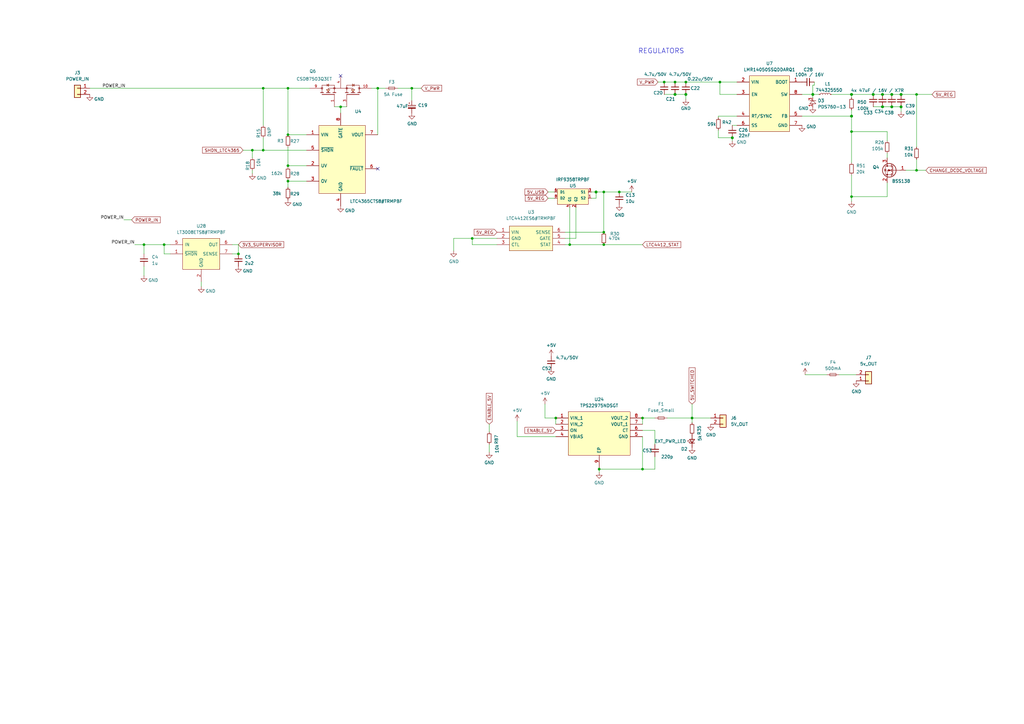
<source format=kicad_sch>
(kicad_sch (version 20211123) (generator eeschema)
  (paper "A3")
  (lib_symbols
    (symbol "Connector_Generic:Conn_01x02" (pin_names (offset 1.016) hide)
      (property "Reference" "J" (at 0 2.54 0))
      (property "Value" "Conn_01x02" (at 0 -5.08 0))
      (symbol "Conn_01x02_1_1"
        (rectangle (start -1.27 -2.413) (end 0 -2.667) (stroke (width 0.1524)))
        (rectangle (start -1.27 0.127) (end 0 -0.127) (stroke (width 0.1524)))
        (rectangle (start -1.27 1.27) (end 1.27 -3.81) (stroke (width 0.254)) (fill (type background)))
        (pin passive line (at -5.08 0 0) (length 3.81) (name "Pin_1") (number "1"))
        (pin passive line (at -5.08 -2.54 0) (length 3.81) (name "Pin_2") (number "2"))
      )
    )
    (symbol "Device:CP_Small" (pin_numbers hide) (pin_names (offset 0.254) hide)
      (property "Reference" "C" (at 0.254 1.778 0))
      (property "Value" "CP_Small" (at 0.254 -2.032 0))
      (symbol "CP_Small_0_1"
        (rectangle (start -1.524 -0.3048) (end 1.524 -0.6858) (fill (type outline)))
        (rectangle (start -1.524 0.6858) (end 1.524 0.3048))
        (polyline (pts (xy -1.27 1.524) (xy -0.762 1.524)))
        (polyline (pts (xy -1.016 1.27) (xy -1.016 1.778)))
      )
      (symbol "CP_Small_1_1"
        (pin passive line (at 0 2.54 270) (length 1.8542) (name "~") (number "1"))
        (pin passive line (at 0 -2.54 90) (length 1.8542) (name "~") (number "2"))
      )
    )
    (symbol "Device:C_Small" (pin_numbers hide) (pin_names (offset 0.254) hide)
      (property "Reference" "C" (at 0.254 1.778 0))
      (property "Value" "C_Small" (at 0.254 -2.032 0))
      (symbol "C_Small_0_1"
        (polyline (pts (xy -1.524 -0.508) (xy 1.524 -0.508)) (stroke (width 0.3302)))
        (polyline (pts (xy -1.524 0.508) (xy 1.524 0.508)) (stroke (width 0.3048)))
      )
      (symbol "C_Small_1_1"
        (pin passive line (at 0 2.54 270) (length 2.032) (name "~") (number "1"))
        (pin passive line (at 0 -2.54 90) (length 2.032) (name "~") (number "2"))
      )
    )
    (symbol "Device:Fuse_Small" (pin_numbers hide) (pin_names (offset 0.254) hide)
      (property "Reference" "F" (at 0 -1.524 0))
      (property "Value" "Fuse_Small" (at 0 1.524 0))
      (symbol "Fuse_Small_0_1"
        (rectangle (start -1.27 0.508) (end 1.27 -0.508))
        (polyline (pts (xy -1.27 0) (xy 1.27 0)))
      )
      (symbol "Fuse_Small_1_1"
        (pin passive line (at -2.54 0 0) (length 1.27) (name "~") (number "1"))
        (pin passive line (at 2.54 0 180) (length 1.27) (name "~") (number "2"))
      )
    )
    (symbol "Device:L_Small" (pin_numbers hide) (pin_names (offset 0.254) hide)
      (property "Reference" "L" (at 0.762 1.016 0))
      (property "Value" "L_Small" (at 0.762 -1.016 0))
      (symbol "L_Small_0_1"
        (arc (start 0 -2.032) (mid 0.508 -1.524) (end 0 -1.016))
        (arc (start 0 -1.016) (mid 0.508 -0.508) (end 0 0))
        (arc (start 0 0) (mid 0.508 0.508) (end 0 1.016))
        (arc (start 0 1.016) (mid 0.508 1.524) (end 0 2.032))
      )
      (symbol "L_Small_1_1"
        (pin passive line (at 0 2.54 270) (length 0.508) (name "~") (number "1"))
        (pin passive line (at 0 -2.54 90) (length 0.508) (name "~") (number "2"))
      )
    )
    (symbol "Device:R_Small" (pin_numbers hide) (pin_names (offset 0.254) hide)
      (property "Reference" "R" (at 0.762 0.508 0))
      (property "Value" "R_Small" (at 0.762 -1.016 0))
      (symbol "R_Small_0_1"
        (rectangle (start -0.762 1.778) (end 0.762 -1.778) (stroke (width 0.2032)))
      )
      (symbol "R_Small_1_1"
        (pin passive line (at 0 2.54 270) (length 0.762) (name "~") (number "1"))
        (pin passive line (at 0 -2.54 90) (length 0.762) (name "~") (number "2"))
      )
    )
    (symbol "LED_Small_1" (pin_numbers hide) (pin_names (offset 0.254) hide)
      (property "Reference" "D" (at -1.27 3.175 0))
      (property "Value" "LED_Small_1" (at -4.445 -2.54 0))
      (symbol "LED_Small_1_0_1"
        (polyline (pts (xy -0.762 -1.016) (xy -0.762 1.016)) (stroke (width 0.254)))
        (polyline (pts (xy 1.016 0) (xy -0.762 0)))
        (polyline (pts (xy 0.762 -1.016) (xy -0.762 0) (xy 0.762 1.016) (xy 0.762 -1.016)) (stroke (width 0.254)))
        (polyline (pts (xy 0 0.762) (xy -0.508 1.27) (xy -0.254 1.27) (xy -0.508 1.27) (xy -0.508 1.016)))
        (polyline (pts (xy 0.508 1.27) (xy 0 1.778) (xy 0.254 1.778) (xy 0 1.778) (xy 0 1.524)))
      )
      (symbol "LED_Small_1_1_1"
        (pin passive line (at -2.54 0 0) (length 1.778) (name "K") (number "1"))
        (pin passive line (at 2.54 0 180) (length 1.778) (name "A") (number "2"))
      )
    )
    (symbol "SamacSys_Parts:CSD87503Q3ET" (pin_names (offset 1.016) hide)
      (property "Reference" "Q3" (at 2.4893 8.255 0))
      (property "Value" "CSD87503Q3ET" (at 2.4893 5.715 0))
      (symbol "CSD87503Q3ET_0_0"
        (circle (center -7.62 -2.54) (radius 0.3556))
        (circle (center -2.54 -2.54) (radius 0.3556))
        (polyline (pts (xy -8.255 -0.762) (xy -7.62 -0.762)) (stroke (width 0.254)))
        (polyline (pts (xy -7.62 -3.81) (xy -5.588 -3.81)) (stroke (width 0.1524)))
        (polyline (pts (xy -7.62 -0.762) (xy -7.62 -3.81)) (stroke (width 0.1524)))
        (polyline (pts (xy -7.62 -0.762) (xy -6.985 -0.762)) (stroke (width 0.254)))
        (polyline (pts (xy -7.62 0) (xy -2.54 0)) (stroke (width 0.254)))
        (polyline (pts (xy -5.842 -0.762) (xy -5.08 -0.762)) (stroke (width 0.254)))
        (polyline (pts (xy -5.588 -4.318) (xy -5.588 -3.81)) (stroke (width 0.1524)))
        (polyline (pts (xy -5.588 -3.81) (xy -5.588 -3.302)) (stroke (width 0.1524)))
        (polyline (pts (xy -5.588 -3.81) (xy -2.54 -3.81)) (stroke (width 0.1524)))
        (polyline (pts (xy -5.08 -2.54) (xy -2.54 -2.54)) (stroke (width 0.1524)))
        (polyline (pts (xy -5.08 -0.762) (xy -5.08 -2.54)) (stroke (width 0.1524)))
        (polyline (pts (xy -5.08 -0.762) (xy -4.318 -0.762)) (stroke (width 0.254)))
        (polyline (pts (xy -3.175 -0.762) (xy -2.54 -0.762)) (stroke (width 0.254)))
        (polyline (pts (xy -2.54 -2.54) (xy -2.54 -3.81)) (stroke (width 0.1524)))
        (polyline (pts (xy -2.54 -2.54) (xy -2.54 -0.762)) (stroke (width 0.1524)))
        (polyline (pts (xy -2.54 -2.54) (xy 2.54 -2.54)) (stroke (width 0.1524)))
        (polyline (pts (xy -2.54 -0.762) (xy -1.905 -0.762)) (stroke (width 0.254)))
        (polyline (pts (xy 2.54 -2.54) (xy 2.54 -3.81)) (stroke (width 0.1524)))
        (polyline (pts (xy 2.54 -2.54) (xy 2.54 -0.762)) (stroke (width 0.1524)))
        (polyline (pts (xy 2.54 -0.762) (xy 1.905 -0.762)) (stroke (width 0.254)))
        (polyline (pts (xy 3.175 -0.762) (xy 2.54 -0.762)) (stroke (width 0.254)))
        (polyline (pts (xy 5.08 -2.54) (xy 2.54 -2.54)) (stroke (width 0.1524)))
        (polyline (pts (xy 5.08 -0.762) (xy 4.318 -0.762)) (stroke (width 0.254)))
        (polyline (pts (xy 5.08 -0.762) (xy 5.08 -2.54)) (stroke (width 0.1524)))
        (polyline (pts (xy 5.588 -4.318) (xy 5.588 -3.81)) (stroke (width 0.1524)))
        (polyline (pts (xy 5.588 -3.81) (xy 2.54 -3.81)) (stroke (width 0.1524)))
        (polyline (pts (xy 5.588 -3.81) (xy 5.588 -3.302)) (stroke (width 0.1524)))
        (polyline (pts (xy 5.842 -0.762) (xy 5.08 -0.762)) (stroke (width 0.254)))
        (polyline (pts (xy 7.62 -3.81) (xy 5.588 -3.81)) (stroke (width 0.1524)))
        (polyline (pts (xy 7.62 -0.762) (xy 6.985 -0.762)) (stroke (width 0.254)))
        (polyline (pts (xy 7.62 -0.762) (xy 7.62 -3.81)) (stroke (width 0.1524)))
        (polyline (pts (xy 7.62 0) (xy 2.54 0)) (stroke (width 0.254)))
        (polyline (pts (xy 8.255 -0.762) (xy 7.62 -0.762)) (stroke (width 0.254)))
        (polyline (pts (xy -5.588 -3.81) (xy -4.826 -3.302) (xy -4.826 -4.318) (xy -5.588 -3.81)) (stroke (width 0.1524)) (fill (type background)))
        (polyline (pts (xy -5.08 -1.016) (xy -5.842 -2.032) (xy -4.318 -2.032) (xy -5.08 -1.016)) (stroke (width 0.1524)) (fill (type background)))
        (polyline (pts (xy 5.08 -1.016) (xy 5.842 -2.032) (xy 4.318 -2.032) (xy 5.08 -1.016)) (stroke (width 0.1524)) (fill (type background)))
        (polyline (pts (xy 5.588 -3.81) (xy 4.826 -3.302) (xy 4.826 -4.318) (xy 5.588 -3.81)) (stroke (width 0.1524)) (fill (type background)))
        (circle (center 2.54 -2.54) (radius 0.3556))
        (circle (center 7.62 -2.54) (radius 0.3556))
        (pin passive line (at -2.54 5.08 270) (length 5.08) (name "~") (number "1"))
        (pin passive line (at 12.7 -2.54 180) (length 5.08) (name "~") (number "10"))
        (pin no_connect line (at -6.35 -11.43 90) (length 5.08) hide (name "~") (number "2"))
        (pin passive line (at 2.54 5.08 270) (length 5.08) (name "~") (number "3"))
        (pin passive line (at 0 -7.62 90) (length 5.08) (name "~") (number "4"))
        (pin passive line (at -12.7 -2.54 0) (length 5.08) (name "~") (number "9"))
      )
    )
    (symbol "SamacSys_Parts:LT3008ETS8#TRMPBF" (pin_names (offset 0.762))
      (property "Reference" "IC1" (at 15.24 8.255 0))
      (property "Value" "LT3008ETS8#TRMPBF" (at 15.24 5.715 0))
      (symbol "LT3008ETS8#TRMPBF_0_0"
        (pin passive line (at 5.08 -3.81 0) (length 5.08) (name "~{SHDN}") (number "1"))
        (pin passive line (at 17.78 -15.24 90) (length 5.08) (name "GND") (number "2"))
        (pin passive line (at 17.78 -15.24 90) (length 5.08) hide (name "GND") (number "3"))
        (pin passive line (at 17.78 -15.24 90) (length 5.08) hide (name "GND") (number "4"))
        (pin passive line (at 5.08 0 0) (length 5.08) (name "IN") (number "5"))
        (pin passive line (at 30.48 0 180) (length 5.08) (name "OUT") (number "6"))
        (pin passive line (at 30.48 -3.81 180) (length 5.08) (name "SENSE") (number "7"))
        (pin no_connect line (at 20.32 -19.05 90) (length 5.08) hide (name "NC") (number "8"))
      )
      (symbol "LT3008ETS8#TRMPBF_0_1"
        (polyline (pts (xy 10.16 2.54) (xy 25.4 2.54) (xy 25.4 -10.16) (xy 10.16 -10.16) (xy 10.16 2.54)) (stroke (width 0.1524)) (fill (type background)))
      )
    )
    (symbol "SamacSys_Parts:LTC4365CTS8#TRMPBF" (pin_names (offset 0.762))
      (property "Reference" "IC1" (at 19.7994 15.875 0))
      (property "Value" "LTC4365CTS8#TRMPBF" (at 19.7994 13.335 0))
      (symbol "LTC4365CTS8#TRMPBF_0_0"
        (pin input line (at 0 6.35 0) (length 5.08) (name "VIN") (number "1"))
        (pin passive line (at 0 -6.35 0) (length 5.08) (name "UV") (number "2"))
        (pin passive line (at 0 -12.7 0) (length 5.08) (name "OV") (number "3"))
        (pin power_in line (at 13.97 -22.86 90) (length 5.08) (name "GND") (number "4"))
        (pin passive line (at 0 0 0) (length 5.08) (name "~{SHDN}") (number "5"))
        (pin passive line (at 29.21 -7.62 180) (length 5.08) (name "~{FAULT}") (number "6"))
        (pin output line (at 29.21 6.35 180) (length 5.08) (name "VOUT") (number "7"))
        (pin passive line (at 13.97 15.24 270) (length 5.08) (name "GATE") (number "8"))
      )
      (symbol "LTC4365CTS8#TRMPBF_0_1"
        (polyline (pts (xy 5.08 10.16) (xy 24.13 10.16) (xy 24.13 -17.78) (xy 5.08 -17.78) (xy 5.08 10.16)) (stroke (width 0.1524)) (fill (type background)))
      )
    )
    (symbol "Transistor_FET:BSS138" (pin_names hide)
      (property "Reference" "Q" (at 5.08 1.905 0))
      (property "Value" "BSS138" (at 5.08 0 0))
      (symbol "BSS138_0_1"
        (polyline (pts (xy 0.254 0) (xy -2.54 0)))
        (polyline (pts (xy 0.254 1.905) (xy 0.254 -1.905)) (stroke (width 0.254)))
        (polyline (pts (xy 0.762 -1.27) (xy 0.762 -2.286)) (stroke (width 0.254)))
        (polyline (pts (xy 0.762 0.508) (xy 0.762 -0.508)) (stroke (width 0.254)))
        (polyline (pts (xy 0.762 2.286) (xy 0.762 1.27)) (stroke (width 0.254)))
        (polyline (pts (xy 2.54 2.54) (xy 2.54 1.778)))
        (polyline (pts (xy 2.54 -2.54) (xy 2.54 0) (xy 0.762 0)))
        (polyline (pts (xy 0.762 -1.778) (xy 3.302 -1.778) (xy 3.302 1.778) (xy 0.762 1.778)))
        (polyline (pts (xy 1.016 0) (xy 2.032 0.381) (xy 2.032 -0.381) (xy 1.016 0)) (fill (type outline)))
        (polyline (pts (xy 2.794 0.508) (xy 2.921 0.381) (xy 3.683 0.381) (xy 3.81 0.254)))
        (polyline (pts (xy 3.302 0.381) (xy 2.921 -0.254) (xy 3.683 -0.254) (xy 3.302 0.381)))
        (circle (center 1.651 0) (radius 2.794) (stroke (width 0.254)))
        (circle (center 2.54 -1.778) (radius 0.254) (fill (type outline)))
        (circle (center 2.54 1.778) (radius 0.254) (fill (type outline)))
      )
      (symbol "BSS138_1_1"
        (pin input line (at -5.08 0 0) (length 2.54) (name "G") (number "1"))
        (pin passive line (at 2.54 -5.08 90) (length 2.54) (name "S") (number "2"))
        (pin passive line (at 2.54 5.08 270) (length 2.54) (name "D") (number "3"))
      )
    )
    (symbol "downloaded_parts:IRF9358TRPBF" (pin_names (offset 1.016))
      (property "Reference" "U?" (at -21.59 -19.05 0))
      (property "Value" "IRF9358TRPBF" (at -21.59 -16.51 0))
      (symbol "IRF9358TRPBF_0_0"
        (pin passive line (at -13.97 -24.13 180) (length 1.27) (name "S2") (number "1"))
        (pin passive line (at -20.32 -27.94 90) (length 1.27) (name "G2") (number "2"))
        (pin passive line (at -13.97 -21.59 180) (length 1.27) (name "S1") (number "3"))
        (pin passive line (at -22.86 -27.94 90) (length 1.27) (name "G1") (number "4"))
        (pin passive line (at -29.21 -21.59 0) (length 1.27) hide (name "D1_2") (number "5"))
        (pin passive line (at -29.21 -21.59 0) (length 1.27) (name "D1") (number "6"))
        (pin passive line (at -29.21 -24.13 0) (length 1.27) hide (name "D2_2") (number "7"))
        (pin passive line (at -29.21 -24.13 0) (length 1.27) (name "D2") (number "8"))
      )
      (symbol "IRF9358TRPBF_0_1"
        (rectangle (start -27.94 -20.32) (end -15.24 -26.67) (stroke (width 0.1524)) (fill (type background)))
      )
    )
    (symbol "downloaded_parts:LMR14050SSQDDARQ1" (pin_names (offset 0.762))
      (property "Reference" "IC?" (at 36.83 -40.64 0))
      (property "Value" "LMR14050SSQDDARQ1" (at 35.56 -30.48 0))
      (symbol "LMR14050SSQDDARQ1_0_0"
        (pin passive line (at 49.53 -35.56 180) (length 5.08) (name "BOOT") (number "1"))
        (pin passive line (at 22.86 -35.56 0) (length 5.08) (name "VIN") (number "2"))
        (pin passive line (at 22.86 -40.64 0) (length 5.08) (name "EN") (number "3"))
        (pin passive line (at 22.86 -49.53 0) (length 5.08) (name "RT/SYNC") (number "4"))
        (pin passive line (at 49.53 -49.53 180) (length 5.08) (name "FB") (number "5"))
        (pin passive line (at 22.86 -53.34 0) (length 5.08) (name "SS") (number "6"))
        (pin passive line (at 49.53 -53.34 180) (length 5.08) (name "GND") (number "7"))
        (pin passive line (at 49.53 -40.64 180) (length 5.08) (name "SW") (number "8"))
        (pin passive line (at 49.53 -53.34 180) (length 5.08) hide (name "GND_2") (number "9"))
      )
      (symbol "LMR14050SSQDDARQ1_0_1"
        (rectangle (start 27.94 -33.02) (end 44.45 -55.88) (stroke (width 0.1524)) (fill (type background)))
      )
    )
    (symbol "downloaded_parts:LTC4412ES6#TRMPBF" (pin_names (offset 0.762))
      (property "Reference" "U3" (at 13.97 8.255 0))
      (property "Value" "LTC4412ES6#TRMPBF" (at 13.97 5.715 0))
      (symbol "LTC4412ES6#TRMPBF_0_0"
        (pin passive line (at 0 0 0) (length 5.08) (name "VIN") (number "1"))
        (pin passive line (at 0 -2.54 0) (length 5.08) (name "GND") (number "2"))
        (pin passive line (at 0 -5.08 0) (length 5.08) (name "CTL") (number "3"))
        (pin passive line (at 27.94 -5.08 180) (length 5.08) (name "STAT") (number "4"))
        (pin passive line (at 27.94 -2.54 180) (length 5.08) (name "GATE") (number "5"))
        (pin passive line (at 27.94 0 180) (length 5.08) (name "SENSE") (number "6"))
      )
      (symbol "LTC4412ES6#TRMPBF_0_1"
        (polyline (pts (xy 5.08 2.54) (xy 22.86 2.54) (xy 22.86 -7.62) (xy 5.08 -7.62) (xy 5.08 2.54)) (stroke (width 0.1524)) (fill (type background)))
      )
    )
    (symbol "downloaded_parts:NCV8187AMLE330TCG" (pin_names (offset 0.762))
      (property "Reference" "U11" (at -17.78 8.255 0))
      (property "Value" "NCV8187AMLE330TCG" (at -17.78 5.715 0))
      (symbol "NCV8187AMLE330TCG_0_0"
        (pin passive line (at 0 0 0) (length 5.08) (name "OUT") (number "1"))
        (pin passive line (at 0 -2.54 0) (length 5.08) (name "SNS/ADJ") (number "2"))
        (pin passive line (at 0 -5.08 0) (length 5.08) (name "PG") (number "3"))
        (pin passive line (at 0 -7.62 0) (length 5.08) (name "NC_1") (number "4"))
        (pin passive line (at 35.56 -7.62 180) (length 5.08) (name "GND") (number "5"))
        (pin passive line (at 35.56 -5.08 180) (length 5.08) (name "NC_2") (number "6"))
        (pin passive line (at 35.56 -2.54 180) (length 5.08) (name "EN") (number "7"))
        (pin passive line (at 35.56 0 180) (length 5.08) (name "IN") (number "8"))
        (pin passive line (at 17.78 -20.32 90) (length 5.08) (name "EP") (number "9"))
      )
      (symbol "NCV8187AMLE330TCG_0_1"
        (polyline (pts (xy 5.08 2.54) (xy 30.48 2.54) (xy 30.48 -15.24) (xy 5.08 -15.24) (xy 5.08 2.54)) (stroke (width 0.1524)) (fill (type background)))
      )
    )
    (symbol "downloaded_parts:PDS760-13" (pin_names (offset 0.762))
      (property "Reference" "D?" (at -5.08 1.27 0))
      (property "Value" "PDS760-13" (at -5.08 6.35 0))
      (symbol "PDS760-13_0_0"
        (pin passive line (at -7.62 3.81 0) (length 1.27) (name "") (number "1"))
        (pin passive line (at -7.62 3.81 0) (length 1.27) hide (name "RIGHT_PIN") (number "2"))
        (pin passive line (at -3.81 3.81 180) (length 1.27) (name "") (number "3"))
      )
      (symbol "PDS760-13_0_1"
        (polyline (pts (xy -5.08 5.08) (xy -5.08 2.54)) (stroke (width 0.1524)))
        (polyline (pts (xy -6.35 3.81) (xy -6.35 5.08) (xy -5.08 3.81) (xy -6.35 2.54) (xy -6.35 3.81)) (stroke (width 0.1524)))
      )
    )
    (symbol "downloaded_parts:TPS22975NDSGT" (pin_names (offset 0.762))
      (property "Reference" "IC1" (at 17.78 7.62 0))
      (property "Value" "TPS22975NDSGT" (at 17.78 5.08 0))
      (symbol "TPS22975NDSGT_0_0"
        (pin passive line (at 0 0 0) (length 5.08) (name "VIN_1") (number "1"))
        (pin passive line (at 0 -2.54 0) (length 5.08) (name "VIN_2") (number "2"))
        (pin passive line (at 0 -5.08 0) (length 5.08) (name "ON") (number "3"))
        (pin passive line (at 0 -7.62 0) (length 5.08) (name "VBIAS") (number "4"))
        (pin passive line (at 35.56 -7.62 180) (length 5.08) (name "GND") (number "5"))
        (pin passive line (at 35.56 -5.08 180) (length 5.08) (name "CT") (number "6"))
        (pin passive line (at 35.56 -2.54 180) (length 5.08) (name "VOUT_1") (number "7"))
        (pin passive line (at 35.56 0 180) (length 5.08) (name "VOUT_2") (number "8"))
        (pin passive line (at 17.78 -20.32 90) (length 5.08) (name "EP") (number "9"))
      )
      (symbol "TPS22975NDSGT_0_1"
        (polyline (pts (xy 5.08 2.54) (xy 30.48 2.54) (xy 30.48 -15.24) (xy 5.08 -15.24) (xy 5.08 2.54)) (stroke (width 0.1524)) (fill (type background)))
      )
    )
    (symbol "power:+3.3V" (power) (pin_names (offset 0))
      (property "Value" "+3.3V" (at 0 3.556 0))
      (symbol "+3.3V_0_1"
        (polyline (pts (xy -0.762 1.27) (xy 0 2.54)))
        (polyline (pts (xy 0 0) (xy 0 2.54)))
        (polyline (pts (xy 0 2.54) (xy 0.762 1.27)))
      )
      (symbol "+3.3V_1_1"
        (pin power_in line (at 0 0 90) (length 0) hide (name "+3V3") (number "1"))
      )
    )
    (symbol "power:+5V" (power) (pin_names (offset 0))
      (property "Value" "+5V" (at 0 3.556 0))
      (symbol "+5V_0_1"
        (polyline (pts (xy -0.762 1.27) (xy 0 2.54)))
        (polyline (pts (xy 0 0) (xy 0 2.54)))
        (polyline (pts (xy 0 2.54) (xy 0.762 1.27)))
      )
      (symbol "+5V_1_1"
        (pin power_in line (at 0 0 90) (length 0) hide (name "+5V") (number "1"))
      )
    )
    (symbol "power:GND" (power) (pin_names (offset 0))
      (property "Value" "GND" (at 0 -3.81 0))
      (symbol "GND_0_1"
        (polyline (pts (xy 0 0) (xy 0 -1.27) (xy 1.27 -1.27) (xy 0 -2.54) (xy -1.27 -1.27) (xy 0 -1.27)))
      )
      (symbol "GND_1_1"
        (pin power_in line (at 0 0 270) (length 0) hide (name "GND") (number "1"))
      )
    )
  )
  (junction (at 358.14 38.735) (diameter 1.016))
  (junction (at 283.845 171.45))
  (junction (at 281.305 38.735) (diameter 1.016))
  (junction (at 349.25 47.625) (diameter 1.016))
  (junction (at 272.415 33.655))
  (junction (at 333.375 38.735) (diameter 1.016))
  (junction (at 168.91 36.195))
  (junction (at 281.305 33.655))
  (junction (at 247.65 100.33))
  (junction (at 59.055 100.33))
  (junction (at 472.44 99.06))
  (junction (at 107.95 36.195))
  (junction (at 227.965 171.45))
  (junction (at 369.57 38.735) (diameter 1.016))
  (junction (at 244.475 78.74) (diameter 1.016))
  (junction (at 233.68 100.33))
  (junction (at 365.76 43.815) (diameter 1.016))
  (junction (at 300.355 56.515) (diameter 1.016))
  (junction (at 247.65 78.74))
  (junction (at 263.525 171.45))
  (junction (at 276.86 33.655))
  (junction (at 97.79 104.14))
  (junction (at 118.11 55.245))
  (junction (at 365.76 38.735) (diameter 1.016))
  (junction (at 154.94 36.195))
  (junction (at 375.92 69.85))
  (junction (at 369.57 43.815) (diameter 1.016))
  (junction (at 247.65 95.25))
  (junction (at 361.95 43.815) (diameter 1.016))
  (junction (at 529.59 113.03))
  (junction (at 529.59 99.06))
  (junction (at 349.25 53.975))
  (junction (at 349.25 80.645))
  (junction (at 139.7 43.815))
  (junction (at 245.745 192.405))
  (junction (at 118.11 74.295))
  (junction (at 460.375 99.06))
  (junction (at 67.31 100.33))
  (junction (at 118.11 36.195))
  (junction (at 263.525 192.405))
  (junction (at 361.95 38.735) (diameter 1.016))
  (junction (at 524.51 99.06) (diameter 1.016))
  (junction (at 518.16 99.06))
  (junction (at 375.92 38.735))
  (junction (at 103.505 61.595))
  (junction (at 276.86 38.735) (diameter 1.016))
  (junction (at 295.275 33.655))
  (junction (at 349.25 38.735) (diameter 1.016))
  (junction (at 118.11 67.945))
  (junction (at 254 78.74))
  (junction (at 107.95 61.595))
  (junction (at 193.675 97.79))
  (no_connect (at 518.16 104.14))
  (no_connect (at 139.7 31.115))
  (no_connect (at 154.94 69.215))
  (no_connect (at 518.16 106.68))
  (no_connect (at 482.6 104.14))
  (wire (pts (xy 125.73 74.295) (xy 118.11 74.295)))
  (wire (pts (xy 118.11 67.945) (xy 125.73 67.945)))
  (wire (pts (xy 67.31 104.14) (xy 67.31 100.33)))
  (wire (pts (xy 295.275 38.735) (xy 295.275 33.655)))
  (wire (pts (xy 349.25 80.645) (xy 349.25 71.755)))
  (wire (pts (xy 244.475 78.74) (xy 247.65 78.74)))
  (wire (pts (xy 245.745 191.77) (xy 245.745 192.405)))
  (wire (pts (xy 231.775 100.33) (xy 233.68 100.33)))
  (wire (pts (xy 263.525 171.45) (xy 263.525 173.99)))
  (wire (pts (xy 361.95 38.735) (xy 365.76 38.735)))
  (wire (pts (xy 333.375 40.005) (xy 333.375 38.735)))
  (wire (pts (xy 365.76 43.815) (xy 369.57 43.815)))
  (wire (pts (xy 224.79 78.74) (xy 227.33 78.74)))
  (wire (pts (xy 518.16 99.06) (xy 518.16 101.6)))
  (wire (pts (xy 283.845 165.735) (xy 283.845 171.45)))
  (wire (pts (xy 118.11 36.195) (xy 127 36.195)))
  (wire (pts (xy 107.95 61.595) (xy 125.73 61.595)))
  (wire (pts (xy 333.375 38.735) (xy 328.93 38.735)))
  (wire (pts (xy 334.01 34.925) (xy 334.01 33.655)))
  (wire (pts (xy 276.86 33.655) (xy 281.305 33.655)))
  (wire (pts (xy 97.79 104.14) (xy 97.79 100.33)))
  (wire (pts (xy 247.65 100.33) (xy 263.525 100.33)))
  (wire (pts (xy 349.25 53.975) (xy 349.25 66.675)))
  (wire (pts (xy 460.375 99.06) (xy 472.44 99.06)))
  (wire (pts (xy 50.8 90.17) (xy 53.975 90.17)))
  (wire (pts (xy 363.855 74.93) (xy 363.855 80.645)))
  (wire (pts (xy 295.275 33.655) (xy 302.26 33.655)))
  (wire (pts (xy 263.525 171.45) (xy 268.605 171.45)))
  (wire (pts (xy 233.68 85.09) (xy 233.68 100.33)))
  (wire (pts (xy 518.16 99.06) (xy 524.51 99.06)))
  (wire (pts (xy 268.605 187.325) (xy 268.605 192.405)))
  (wire (pts (xy 371.475 69.85) (xy 375.92 69.85)))
  (wire (pts (xy 272.415 38.735) (xy 276.86 38.735)))
  (wire (pts (xy 69.85 104.14) (xy 67.31 104.14)))
  (wire (pts (xy 139.7 43.815) (xy 139.7 46.355)))
  (wire (pts (xy 118.11 74.295) (xy 118.11 73.66)))
  (wire (pts (xy 223.52 165.735) (xy 223.52 171.45)))
  (wire (pts (xy 283.845 171.45) (xy 291.465 171.45)))
  (wire (pts (xy 186.055 97.79) (xy 193.675 97.79)))
  (wire (pts (xy 472.44 101.6) (xy 482.6 101.6)))
  (wire (pts (xy 375.92 69.85) (xy 379.73 69.85)))
  (wire (pts (xy 333.375 34.925) (xy 334.01 34.925)))
  (wire (pts (xy 283.845 171.45) (xy 283.845 173.355)))
  (wire (pts (xy 340.995 38.735) (xy 349.25 38.735)))
  (wire (pts (xy 349.25 82.55) (xy 349.25 80.645)))
  (wire (pts (xy 294.64 47.625) (xy 302.26 47.625)))
  (wire (pts (xy 254 78.74) (xy 259.08 78.74)))
  (wire (pts (xy 524.51 104.14) (xy 524.51 113.03)))
  (wire (pts (xy 247.65 78.74) (xy 247.65 95.25)))
  (wire (pts (xy 349.25 38.735) (xy 358.14 38.735)))
  (wire (pts (xy 99.695 61.595) (xy 103.505 61.595)))
  (wire (pts (xy 369.57 38.735) (xy 375.92 38.735)))
  (wire (pts (xy 268.605 182.245) (xy 268.605 176.53)))
  (wire (pts (xy 328.93 47.625) (xy 349.25 47.625)))
  (wire (pts (xy 245.745 192.405) (xy 245.745 193.675)))
  (wire (pts (xy 294.64 53.34) (xy 294.64 56.515)))
  (wire (pts (xy 263.525 192.405) (xy 245.745 192.405)))
  (wire (pts (xy 224.79 81.28) (xy 227.33 81.28)))
  (wire (pts (xy 247.65 78.74) (xy 254 78.74)))
  (wire (pts (xy 294.64 56.515) (xy 300.355 56.515)))
  (wire (pts (xy 268.605 192.405) (xy 263.525 192.405)))
  (wire (pts (xy 223.52 171.45) (xy 227.965 171.45)))
  (wire (pts (xy 276.86 38.735) (xy 281.305 38.735)))
  (wire (pts (xy 36.83 36.195) (xy 107.95 36.195)))
  (wire (pts (xy 67.31 100.33) (xy 69.85 100.33)))
  (wire (pts (xy 349.25 47.625) (xy 349.25 53.975)))
  (wire (pts (xy 242.57 78.74) (xy 244.475 78.74)))
  (wire (pts (xy 358.14 43.815) (xy 361.95 43.815)))
  (wire (pts (xy 168.91 36.195) (xy 168.91 41.275)))
  (wire (pts (xy 295.275 38.735) (xy 302.26 38.735)))
  (wire (pts (xy 231.775 95.25) (xy 247.65 95.25)))
  (wire (pts (xy 236.22 97.79) (xy 236.22 85.09)))
  (wire (pts (xy 361.95 43.815) (xy 365.76 43.815)))
  (wire (pts (xy 200.66 182.245) (xy 200.66 185.42)))
  (wire (pts (xy 193.675 97.79) (xy 203.835 97.79)))
  (wire (pts (xy 118.11 74.295) (xy 118.11 76.835)))
  (wire (pts (xy 281.305 33.655) (xy 295.275 33.655)))
  (wire (pts (xy 212.09 172.72) (xy 212.09 179.07)))
  (wire (pts (xy 300.355 56.515) (xy 300.355 57.785)))
  (wire (pts (xy 163.195 36.195) (xy 168.91 36.195)))
  (wire (pts (xy 375.92 38.735) (xy 375.92 60.325)))
  (wire (pts (xy 375.92 38.735) (xy 382.27 38.735)))
  (wire (pts (xy 231.775 97.79) (xy 236.22 97.79)))
  (wire (pts (xy 118.11 67.945) (xy 118.11 68.58)))
  (wire (pts (xy 472.44 99.06) (xy 482.6 99.06)))
  (wire (pts (xy 281.305 38.735) (xy 281.305 40.64)))
  (wire (pts (xy 369.57 43.815) (xy 369.57 45.72)))
  (wire (pts (xy 154.94 36.195) (xy 152.4 36.195)))
  (wire (pts (xy 529.59 104.14) (xy 529.59 113.03)))
  (wire (pts (xy 273.685 171.45) (xy 283.845 171.45)))
  (wire (pts (xy 263.525 179.07) (xy 263.525 192.405)))
  (wire (pts (xy 272.415 33.655) (xy 276.86 33.655)))
  (wire (pts (xy 363.855 53.975) (xy 363.855 57.785)))
  (wire (pts (xy 212.09 179.07) (xy 227.965 179.07)))
  (wire (pts (xy 158.115 36.195) (xy 154.94 36.195)))
  (wire (pts (xy 294.64 48.26) (xy 294.64 47.625)))
  (wire (pts (xy 137.16 43.815) (xy 139.7 43.815)))
  (wire (pts (xy 103.505 69.85) (xy 103.505 71.12)))
  (wire (pts (xy 59.055 100.33) (xy 67.31 100.33)))
  (wire (pts (xy 168.91 36.195) (xy 172.72 36.195)))
  (wire (pts (xy 200.66 173.99) (xy 200.66 177.165)))
  (wire (pts (xy 349.25 53.975) (xy 363.855 53.975)))
  (wire (pts (xy 118.11 60.325) (xy 118.11 67.945)))
  (wire (pts (xy 193.675 100.33) (xy 193.675 97.79)))
  (wire (pts (xy 203.835 100.33) (xy 193.675 100.33)))
  (wire (pts (xy 349.25 45.085) (xy 349.25 47.625)))
  (wire (pts (xy 244.475 81.28) (xy 244.475 78.74)))
  (wire (pts (xy 154.94 36.195) (xy 154.94 55.245)))
  (wire (pts (xy 375.92 65.405) (xy 375.92 69.85)))
  (wire (pts (xy 242.57 81.28) (xy 244.475 81.28)))
  (wire (pts (xy 118.11 36.195) (xy 118.11 55.245)))
  (wire (pts (xy 524.51 99.06) (xy 529.59 99.06)))
  (wire (pts (xy 233.68 100.33) (xy 247.65 100.33)))
  (wire (pts (xy 139.7 43.815) (xy 142.24 43.815)))
  (wire (pts (xy 472.44 101.6) (xy 472.44 99.06)))
  (wire (pts (xy 358.14 38.735) (xy 361.95 38.735)))
  (wire (pts (xy 59.055 104.14) (xy 59.055 100.33)))
  (wire (pts (xy 118.11 55.245) (xy 125.73 55.245)))
  (wire (pts (xy 455.93 99.06) (xy 460.375 99.06)))
  (wire (pts (xy 268.605 176.53) (xy 263.525 176.53)))
  (wire (pts (xy 344.17 153.67) (xy 351.155 153.67)))
  (wire (pts (xy 269.875 33.655) (xy 272.415 33.655)))
  (wire (pts (xy 363.855 62.865) (xy 363.855 64.77)))
  (wire (pts (xy 330.2 153.67) (xy 339.09 153.67)))
  (wire (pts (xy 59.055 109.22) (xy 59.055 113.03)))
  (wire (pts (xy 107.95 36.195) (xy 118.11 36.195)))
  (wire (pts (xy 55.245 100.33) (xy 59.055 100.33)))
  (wire (pts (xy 227.965 171.45) (xy 227.965 173.99)))
  (wire (pts (xy 186.055 97.79) (xy 186.055 102.87)))
  (wire (pts (xy 107.95 56.515) (xy 107.95 61.595)))
  (wire (pts (xy 82.55 115.57) (xy 82.55 117.475)))
  (wire (pts (xy 95.25 104.14) (xy 97.79 104.14)))
  (wire (pts (xy 365.76 38.735) (xy 369.57 38.735)))
  (wire (pts (xy 103.505 61.595) (xy 107.95 61.595)))
  (wire (pts (xy 103.505 64.77) (xy 103.505 61.595)))
  (wire (pts (xy 363.855 80.645) (xy 349.25 80.645)))
  (wire (pts (xy 524.51 113.03) (xy 529.59 113.03)))
  (wire (pts (xy 333.375 38.735) (xy 335.915 38.735)))
  (wire (pts (xy 97.79 100.33) (xy 95.25 100.33)))
  (wire (pts (xy 300.355 51.435) (xy 302.26 51.435)))
  (wire (pts (xy 349.25 38.735) (xy 349.25 40.005)))
  (wire (pts (xy 107.95 36.195) (xy 107.95 51.435)))
  (wire (pts (xy 333.375 38.735) (xy 333.375 34.925)))
  (text "REGULATORS" (at 280.67 22.225 180) (effects (font (size 2 2)) (justify right bottom)))
  (label "POWER_IN" (at 55.245 100.33 180))
  (label "POWER_IN" (at 50.8 90.17 180))
  (label "POWER_IN" (at 41.91 36.195 0))
  (global_label "5V_REG" (shape input) (at 382.27 38.735 0) (property "Intersheet References" "${INTERSHEET_REFS}" (effects hide)))
  (global_label "5V_SWITCHED" (shape input) (at 283.845 165.735 90) (property "Intersheet References" "${INTERSHEET_REFS}" (effects hide)))
  (global_label "5V_REG" (shape input) (at 203.835 95.25 180) (property "Intersheet References" "${INTERSHEET_REFS}" (effects hide)))
  (global_label "SHDN_LTC4365" (shape input) (at 99.695 61.595 180) (property "Intersheet References" "${INTERSHEET_REFS}" (effects hide)))
  (global_label "V_PWR" (shape input) (at 172.72 36.195 0) (property "Intersheet References" "${INTERSHEET_REFS}" (effects hide)))
  (global_label "POWER_IN" (shape input) (at 53.975 90.17 0) (property "Intersheet References" "${INTERSHEET_REFS}" (effects hide)))
  (global_label "ENABLE_5V" (shape input) (at 227.965 176.53 180) (property "Intersheet References" "${INTERSHEET_REFS}" (effects hide)))
  (global_label "5V_USB" (shape input) (at 224.79 78.74 180) (property "Intersheet References" "${INTERSHEET_REFS}" (effects hide)))
  (global_label "CHANGE_DCDC_VOLTAGE" (shape input) (at 379.73 69.85 0) (property "Intersheet References" "${INTERSHEET_REFS}" (effects hide)))
  (global_label "V_PWR" (shape input) (at 269.875 33.655 180) (property "Intersheet References" "${INTERSHEET_REFS}" (effects hide)))
  (global_label "LTC4412_STAT" (shape input) (at 263.525 100.33 0) (property "Intersheet References" "${INTERSHEET_REFS}" (effects hide)))
  (global_label "3V3_SUPERVISOR" (shape input) (at 97.79 100.33 0) (property "Intersheet References" "${INTERSHEET_REFS}" (effects hide)))
  (global_label "5V_REG" (shape input) (at 224.79 81.28 180) (property "Intersheet References" "${INTERSHEET_REFS}" (effects hide)))
  (global_label "ENABLE_5V" (shape input) (at 200.66 173.99 90) (property "Intersheet References" "${INTERSHEET_REFS}" (effects hide)))
  (symbol (lib_id "Device:R_Small") (at 103.505 67.31 180) (unit 1)
    (property "Reference" "R18" (at 101.6 66.04 90) (effects (justify left)))
    (property "Value" "10k" (at 106.045 64.77 90) (effects (justify left)))
    (property "Footprint" "Resistor_SMD:R_0603_1608Metric" (effects hide))
  )
  (symbol (lib_id "Device:C_Small") (at 300.355 53.975 0) (unit 1)
    (property "Reference" "C26" (at 302.895 53.3399 0) (effects (justify left)))
    (property "Value" "22nF" (at 302.895 55.6259 0) (effects (justify left)))
    (property "Footprint" "Capacitor_SMD:C_0603_1608Metric" (effects hide))
  )
  (symbol (lib_id "Device:R_Small") (at 283.845 175.895 180) (unit 1)
    (property "Reference" "R35" (at 286.7913 174.5044 90) (effects (justify left)))
    (property "Value" "5k" (at 287.02 178.435 90) (effects (justify left)))
    (property "Footprint" "Resistor_SMD:R_0603_1608Metric" (effects hide))
  )
  (symbol (lib_id "Device:R_Small") (at 363.855 60.325 0) (unit 1)
    (property "Reference" "R26" (at 358.775 58.42 0) (effects (justify left)))
    (property "Value" "105k" (at 357.505 60.96 0) (effects (justify left)))
    (property "Footprint" "Resistor_SMD:R_0603_1608Metric" (effects hide))
  )
  (symbol (lib_id "Device:C_Small") (at 331.47 33.655 90) (unit 1)
    (property "Reference" "C28" (at 331.47 28.575 90))
    (property "Value" "100n / 16V" (at 331.978 30.607 90))
    (property "Footprint" "Capacitor_SMD:C_0603_1608Metric" (effects hide))
  )
  (symbol (lib_id "downloaded_parts:TPS22975NDSGT") (at 227.965 171.45 0) (unit 1)
    (property "Reference" "U24" (at 245.745 163.83 0))
    (property "Value" "TPS22975NDSGT" (at 245.745 166.37 0))
    (property "Footprint" "downloaded_parts:SON50P200X200X80-9N" (effects hide))
    (property "Datasheet" "http://www.ti.com/lit/gpn/TPS22975" (effects hide))
    (property "Description" "5.7V, 6A, 16m load switch with adjustable rise time & optional QOD" (effects hide))
    (property "Height" "0.8" (effects hide))
    (property "Mouser Part Number" "595-TPS22975NDSGT" (effects hide))
    (property "Mouser Price/Stock" "https://www.mouser.co.uk/ProductDetail/Texas-Instruments/TPS22975NDSGT?qs=zEmsApcVOkULdeorrdFAdw%3D%3D" (effects hide))
    (property "Manufacturer_Name" "Texas Instruments" (effects hide))
    (property "Manufacturer_Part_Number" "TPS22975NDSGT" (effects hide))
  )
  (symbol (lib_id "Device:R_Small") (at 107.95 53.975 180) (unit 1)
    (property "Reference" "R15" (at 106.045 52.705 90) (effects (justify left)))
    (property "Value" "DNP" (at 110.49 52.07 90) (effects (justify left)))
    (property "Footprint" "Resistor_SMD:R_0603_1608Metric" (effects hide))
  )
  (symbol (lib_id "Device:R_Small") (at 349.25 42.545 0) (unit 1)
    (property "Reference" "R50" (at 351.536 41.9099 0) (effects (justify left)))
    (property "Value" "100k" (at 351.536 44.4499 0) (effects (justify left)))
    (property "Footprint" "Resistor_SMD:R_0603_1608Metric" (effects hide))
  )
  (symbol (lib_id "downloaded_parts:IRF9358TRPBF") (at 256.54 57.15 0) (unit 1)
    (property "Reference" "U5" (at 234.95 76.2 0))
    (property "Value" "IRF9358TRPBF" (at 234.95 73.66 0))
    (property "Footprint" "downloaded_parts:SOIC127P600X175-8N" (effects hide))
    (property "PACKAGE" "SOIC-8" (effects hide))
    (property "SUPPLIER" "INTERNATIONAL RECTIFIER" (effects hide))
    (property "MPN" "IRF9358TRPBF" (effects hide))
    (property "OC_FARNELL" "1864523" (effects hide))
    (property "OC_NEWARK" "25T5523" (effects hide))
  )
  (symbol (lib_id "Device:C_Small") (at 59.055 106.68 0) (unit 1)
    (property "Reference" "C4" (at 62.23 105.4162 0) (effects (justify left)))
    (property "Value" "1u" (at 62.23 107.9562 0) (effects (justify left)))
    (property "Footprint" "Capacitor_SMD:C_0805_2012Metric" (effects hide))
  )
  (symbol (lib_id "power:+5V") (at 212.09 172.72 0) (unit 1)
    (property "Reference" "#PWR0221" (effects hide))
    (property "Value" "+5V" (at 212.09 168.275 0))
  )
  (symbol (lib_id "power:GND") (at 529.59 113.03 0) (unit 1)
    (property "Reference" "#PWR090" (effects hide))
    (property "Value" "GND" (at 529.717 117.4242 0))
  )
  (symbol (lib_id "Device:Fuse_Small") (at 341.63 153.67 0) (unit 1)
    (property "Reference" "F4" (at 341.63 148.59 0))
    (property "Value" "500mA" (at 341.63 151.13 0))
    (property "Footprint" "Fuse:Fuse_1206_3216Metric" (effects hide))
  )
  (symbol (lib_id "Device:C_Small") (at 358.14 41.275 0) (unit 1)
    (property "Reference" "C33" (at 354.076 46.2279 0) (effects (justify left)))
    (property "Value" "4x 47uF / 16V / X7R" (at 348.996 37.0839 0) (effects (justify left)))
    (property "Footprint" "Capacitor_SMD:C_1210_3225Metric" (effects hide))
  )
  (symbol (lib_id "Connector_Generic:Conn_01x02") (at 31.75 36.195 0) (mirror y) (unit 1)
    (property "Reference" "J3" (at 31.75 29.845 0))
    (property "Value" "POWER_IN" (at 31.75 32.385 0))
    (property "Footprint" "Connectors_Wuerth_user:691313510002" (effects hide))
  )
  (symbol (lib_id "power:GND") (at 226.06 151.13 0) (unit 1)
    (property "Reference" "#PWR0218" (effects hide))
    (property "Value" "GND" (at 226.06 155.4544 0))
  )
  (symbol (lib_id "power:GND") (at 59.055 113.03 0) (unit 1)
    (property "Reference" "#PWR0230" (effects hide))
    (property "Value" "GND" (at 62.865 114.935 0))
  )
  (symbol (lib_id "power:GND") (at 36.83 38.735 0) (unit 1)
    (property "Reference" "#PWR026" (effects hide))
    (property "Value" "GND" (at 40.64 40.64 0))
  )
  (symbol (lib_id "power:GND") (at 333.375 43.815 0) (unit 1)
    (property "Reference" "#PWR076" (effects hide))
    (property "Value" "GND" (at 329.565 44.45 0))
  )
  (symbol (lib_id "power:+5V") (at 259.08 78.74 0) (unit 1)
    (property "Reference" "#PWR042" (effects hide))
    (property "Value" "+5V" (at 259.08 74.295 0))
  )
  (symbol (lib_id "SamacSys_Parts:LT3008ETS8#TRMPBF") (at 64.77 100.33 0) (unit 1)
    (property "Reference" "U28" (at 82.55 92.71 0))
    (property "Value" "LT3008ETS8#TRMPBF" (at 82.55 95.25 0))
    (property "Footprint" "downloaded_parts:SOT65P280X100-8N" (effects hide))
    (property "Datasheet" "https://datasheet.datasheetarchive.com/originals/distributors/Datasheets-SFU4/DSASF4000-3256.pdf" (effects hide))
    (property "Description" "Linear Technology LT3008ETS8#TRMPBF, LDO Voltage Regulator, Adjustable 20mA, 0.6  44.5 V +/-2%, 8-Pin TSOT-23" (effects hide))
    (property "Height" "1" (effects hide))
    (property "Mouser Part Number" "584-LT3008ETS8TRMPBF" (effects hide))
    (property "Mouser Price/Stock" "https://www.mouser.co.uk/ProductDetail/Analog-Devices-Linear-Technology/LT3008ETS8TRMPBF?qs=ytflclh7QUUhj6PXQ8wLjA%3D%3D" (effects hide))
    (property "Manufacturer_Name" "Analog Devices" (effects hide))
    (property "Manufacturer_Part_Number" "LT3008ETS8#TRMPBF" (effects hide))
  )
  (symbol (lib_id "Device:R_Small") (at 247.65 97.79 0) (unit 1)
    (property "Reference" "R30" (at 250.19 95.885 0) (effects (justify left)))
    (property "Value" "470k" (at 249.555 97.79 0) (effects (justify left)))
    (property "Footprint" "Resistor_SMD:R_0603_1608Metric" (effects hide))
  )
  (symbol (lib_id "power:GND") (at 200.66 185.42 0) (unit 1)
    (property "Reference" "#PWR0215" (effects hide))
    (property "Value" "GND" (at 200.66 189.7444 0))
  )
  (symbol (lib_id "Connector_Generic:Conn_01x02") (at 296.545 171.45 0) (unit 1)
    (property "Reference" "J6" (at 299.72 171.4499 0) (effects (justify left)))
    (property "Value" "5V_OUT" (at 299.72 173.9899 0) (effects (justify left)))
    (property "Footprint" "Connectors_Wuerth_user:691322110002" (effects hide))
  )
  (symbol (lib_id "Device:R_Small") (at 375.92 62.865 0) (unit 1)
    (property "Reference" "R31" (at 370.84 60.96 0) (effects (justify left)))
    (property "Value" "10k" (at 370.84 63.5 0) (effects (justify left)))
    (property "Footprint" "Resistor_SMD:R_0603_1608Metric" (effects hide))
  )
  (symbol (lib_id "power:GND") (at 283.845 183.515 0) (unit 1)
    (property "Reference" "#PWR049" (effects hide))
    (property "Value" "GND" (at 283.845 187.8394 0))
  )
  (symbol (lib_id "power:GND") (at 97.79 109.22 0) (unit 1)
    (property "Reference" "#PWR0231" (effects hide))
    (property "Value" "GND" (at 101.6 111.125 0))
  )
  (symbol (lib_id "Device:R_Small") (at 118.11 79.375 0) (unit 1)
    (property "Reference" "R29" (at 118.9737 79.4956 0) (effects (justify left)))
    (property "Value" "38k" (at 111.76 79.375 0) (effects (justify left)))
    (property "Footprint" "Resistor_SMD:R_0603_1608Metric" (effects hide))
  )
  (symbol (lib_id "power:GND") (at 118.11 81.915 0) (unit 1)
    (property "Reference" "#PWR038" (effects hide))
    (property "Value" "GND" (at 121.92 83.82 0))
  )
  (symbol (lib_id "power:GND") (at 254 83.82 0) (unit 1)
    (property "Reference" "#PWR041" (effects hide))
    (property "Value" "GND" (at 254.127 88.2142 0))
  )
  (symbol (lib_id "Device:C_Small") (at 281.305 36.195 0) (unit 1)
    (property "Reference" "C22" (at 283.21 36.195 0) (effects (justify left)))
    (property "Value" "0.22u/50V" (at 281.94 32.385 0) (effects (justify left)))
    (property "Footprint" "Capacitor_SMD:C_0603_1608Metric" (effects hide))
  )
  (symbol (lib_id "power:GND") (at 500.38 119.38 0) (unit 1)
    (property "Reference" "#PWR074" (effects hide))
    (property "Value" "GND" (at 500.507 123.7742 0))
  )
  (symbol (lib_id "power:GND") (at 349.25 82.55 0) (unit 1)
    (property "Reference" "#PWR081" (effects hide))
    (property "Value" "GND" (at 349.25 86.995 0))
  )
  (symbol (lib_id "Device:C_Small") (at 361.95 41.275 0) (unit 1)
    (property "Reference" "C34" (at 358.648 45.7199 0) (effects (justify left)))
    (property "Value" "C_Small" (effects hide))
    (property "Footprint" "Capacitor_SMD:C_1210_3225Metric" (effects hide))
  )
  (symbol (lib_id "power:GND") (at 82.55 117.475 0) (unit 1)
    (property "Reference" "#PWR0229" (effects hide))
    (property "Value" "GND" (at 86.36 119.38 0))
  )
  (symbol (lib_id "power:GND") (at 300.355 57.785 0) (unit 1)
    (property "Reference" "#PWR062" (effects hide))
    (property "Value" "GND" (at 304.165 58.2994 0))
  )
  (symbol (lib_id "Device:C_Small") (at 226.06 148.59 0) (unit 1)
    (property "Reference" "C52" (at 222.25 151.13 0) (effects (justify left)))
    (property "Value" "4.7u/50V" (at 227.965 146.685 0) (effects (justify left)))
    (property "Footprint" "Capacitor_SMD:C_1210_3225Metric" (effects hide))
  )
  (symbol (lib_id "power:GND") (at 168.91 46.355 0) (unit 1)
    (property "Reference" "#PWR052" (effects hide))
    (property "Value" "GND" (at 169.037 50.7492 0))
  )
  (symbol (lib_id "SamacSys_Parts:LTC4365CTS8#TRMPBF") (at 125.73 61.595 0) (unit 1)
    (property "Reference" "U4" (at 145.5294 45.72 0) (effects (justify left)))
    (property "Value" "LTC4365CTS8#TRMPBF" (at 143.51 82.55 0) (effects (justify left)))
    (property "Footprint" "downloaded_parts:SOT65P280X100-8N" (effects hide))
    (property "Datasheet" "http://cds.linear.com/docs/en/datasheet/4365fa.pdf" (effects hide))
    (property "Description" "Linear Technology LTC4365CTS8#TRMPBF, Voltage Controller 507.5mV max., 8-pin TSOT-23" (effects hide))
    (property "Height" "1" (effects hide))
    (property "Mouser Part Number" "584-C4365CTS8TRMPBF" (effects hide))
    (property "Mouser Price/Stock" "https://www.mouser.co.uk/ProductDetail/Analog-Devices-Linear-Technology/LTC4365CTS8TRMPBF?qs=hVkxg5c3xu8SxEm78iiAdQ%3D%3D" (effects hide))
    (property "Manufacturer_Name" "Linear Technology" (effects hide))
    (property "Manufacturer_Part_Number" "LTC4365CTS8#TRMPBF" (effects hide))
  )
  (symbol (lib_id "Device:R_Small") (at 118.11 57.785 0) (unit 1)
    (property "Reference" "R27" (at 118.9737 57.9056 0) (effects (justify left)))
    (property "Value" "R3" (at 113.665 57.785 0) (effects (justify left)))
    (property "Footprint" "Resistor_SMD:R_0603_1608Metric" (effects hide))
  )
  (symbol (lib_id "power:+5V") (at 223.52 165.735 0) (unit 1)
    (property "Reference" "#PWR0213" (effects hide))
    (property "Value" "+5V" (at 223.52 161.29 0))
  )
  (symbol (lib_id "power:GND") (at 291.465 173.99 0) (unit 1)
    (property "Reference" "#PWR031" (effects hide))
    (property "Value" "GND" (at 291.592 178.3842 0))
  )
  (symbol (lib_id "power:GND") (at 281.305 40.64 0) (unit 1)
    (property "Reference" "#PWR054" (effects hide))
    (property "Value" "GND" (at 281.305 44.45 0))
  )
  (symbol (lib_id "Device:R_Small") (at 118.11 71.12 0) (unit 1)
    (property "Reference" "R28" (at 118.9737 71.2406 0) (effects (justify left)))
    (property "Value" "162k" (at 111.125 71.12 0) (effects (justify left)))
    (property "Footprint" "Resistor_SMD:R_0603_1608Metric" (effects hide))
  )
  (symbol (lib_name "LED_Small_1") (lib_id "Device:LED_Small") (at 283.845 180.975 90) (unit 1)
    (property "Reference" "D2" (at 280.67 184.15 90))
    (property "Value" "EXT_PWR_LED" (at 274.955 180.975 90))
    (property "Footprint" "LED_SMD:LED_0603_1608Metric" (effects hide))
  )
  (symbol (lib_id "Device:Fuse_Small") (at 271.145 171.45 0) (unit 1)
    (property "Reference" "F1" (at 271.145 165.735 0))
    (property "Value" "Fuse_Small" (at 271.145 168.275 0))
    (property "Footprint" "Fuse:Fuse_1206_3216Metric" (effects hide))
  )
  (symbol (lib_id "downloaded_parts:LTC4412ES6#TRMPBF") (at 203.835 95.25 0) (unit 1)
    (property "Reference" "U3" (at 217.805 86.995 0))
    (property "Value" "LTC4412ES6#TRMPBF" (at 217.805 89.535 0))
    (property "Footprint" "downloaded_parts:SOT95P280X100-6N" (effects hide))
    (property "Datasheet" "http://cds.linear.com/docs/en/datasheet/4412fb.pdf" (effects hide))
    (property "Description" "Hot Swap Controller LTC4412ES6#TRMPBF, Positive Voltage, 2.5  28 V, TSOT-23, 6-Pin" (effects hide))
    (property "Height" "1" (effects hide))
    (property "Mouser Part Number" "584-LTC4412ES6TRMPBF" (effects hide))
    (property "Mouser Price/Stock" "https://www.mouser.co.uk/ProductDetail/Analog-Devices-Linear-Technology/LTC4412ES6TRMPBF?qs=hVkxg5c3xu8vBeVp9%252BXk%252Bg%3D%3D" (effects hide))
    (property "Manufacturer_Name" "Linear Technology" (effects hide))
    (property "Manufacturer_Part_Number" "LTC4412ES6#TRMPBF" (effects hide))
  )
  (symbol (lib_id "downloaded_parts:PDS760-13") (at 337.185 36.195 90) (unit 1)
    (property "Reference" "D3" (at 335.407 41.2749 90) (effects (justify right)))
    (property "Value" "PDS760-13" (at 335.407 43.8149 90) (effects (justify right)))
    (property "Footprint" "downloaded_parts:POWERDI5" (effects hide))
    (property "Description" "Diode Schottky 60V 7A 3Pin PowerDI 5 Diodes Inc PDS760-13, SMT Schottky Diode, 60V 7A, 3-Pin PowerDI 5" (effects hide))
    (property "Mouser Part Number" "621-PDS760-F" (effects hide))
    (property "Mouser Price/Stock" "https://www.mouser.co.uk/ProductDetail/Diodes-Incorporated/PDS760-13?qs=%2FNF5U5UGuWlxwy7NIrHVWQ%3D%3D" (effects hide))
    (property "Manufacturer_Name" "Diodes Inc." (effects hide))
    (property "Manufacturer_Part_Number" "PDS760-13" (effects hide))
  )
  (symbol (lib_id "power:GND") (at 139.7 84.455 0) (unit 1)
    (property "Reference" "#PWR043" (effects hide))
    (property "Value" "GND" (at 143.51 86.36 0))
  )
  (symbol (lib_id "power:GND") (at 103.505 71.12 0) (unit 1)
    (property "Reference" "#PWR027" (effects hide))
    (property "Value" "GND" (at 107.315 73.025 0))
  )
  (symbol (lib_id "downloaded_parts:NCV8187AMLE330TCG") (at 518.16 99.06 0) (mirror y) (unit 1)
    (property "Reference" "U13" (at 499.745 104.14 0))
    (property "Value" "NCV8187AMLE330TCG" (at 501.015 94.615 0))
    (property "Footprint" "downloaded_parts:SON65P300X300X100-9N-D" (effects hide))
    (property "Datasheet" "https://www.onsemi.com/pdf/datasheet/ncv8187-d.pdf" (effects hide))
    (property "Description" "LDO Voltage Regulators 1.2 A LOW IQ LOW DROPOUT VOLTAGE REGULATOR WITH POWER GOOD OUTPUT" (effects hide))
    (property "Height" "1" (effects hide))
    (property "Mouser Part Number" "863-CV8187AMLE330TCG" (effects hide))
    (property "Mouser Price/Stock" "https://www.mouser.co.uk/ProductDetail/onsemi/NCV8187AMLE330TCG?qs=HBWAp0VN4RhK8HbhfCLXcQ%3D%3D" (effects hide))
    (property "Manufacturer_Name" "ON Semiconductor" (effects hide))
    (property "Manufacturer_Part_Number" "NCV8187AMLE330TCG" (effects hide))
  )
  (symbol (lib_id "Device:C_Small") (at 365.76 41.275 0) (unit 1)
    (property "Reference" "C38" (at 362.712 46.2279 0) (effects (justify left)))
    (property "Value" "C_Small" (effects hide))
    (property "Footprint" "Capacitor_SMD:C_1210_3225Metric" (effects hide))
  )
  (symbol (lib_id "power:+5V") (at 455.93 99.06 0) (unit 1)
    (property "Reference" "#PWR055" (effects hide))
    (property "Value" "+5V" (at 455.93 94.615 0))
  )
  (symbol (lib_id "Device:C_Small") (at 529.59 101.6 0) (unit 1)
    (property "Reference" "C35" (at 527.05 103.505 0) (effects (justify left)))
    (property "Value" "10u" (at 532.765 100.965 0) (effects (justify left)))
    (property "Footprint" "Capacitor_SMD:C_0805_2012Metric" (effects hide))
  )
  (symbol (lib_id "Device:C_Small") (at 524.51 101.6 0) (unit 1)
    (property "Reference" "C32" (at 521.97 103.505 0) (effects (justify left)))
    (property "Value" "10u" (at 518.16 101.6 0) (effects (justify left)))
    (property "Footprint" "Capacitor_SMD:C_0805_2012Metric" (effects hide))
  )
  (symbol (lib_id "downloaded_parts:LMR14050SSQDDARQ1") (at 279.4 -1.905 0) (unit 1)
    (property "Reference" "U7" (at 315.595 26.035 0))
    (property "Value" "LMR14050SSQDDARQ1" (at 315.595 28.575 0))
    (property "Footprint" "downloaded_parts:SOIC127P600X170-9N" (effects hide))
    (property "Datasheet" "http://www.ti.com/lit/gpn/lmr14050-q1" (effects hide))
    (property "Description" "Automotive 40V, 5A SIMPLE SWITCHER, 2.2MHz Step-Down Regulator with 40uA IQ" (effects hide))
    (property "Height" "1.7" (effects hide))
    (property "Mouser Part Number" "595-LMR14050SSDDARQ1" (effects hide))
    (property "Mouser Price/Stock" "https://www.mouser.co.uk/ProductDetail/Texas-Instruments/LMR14050SSQDDARQ1?qs=8%2FmU9qzJpL8CzCGeZgikSg%3D%3D" (effects hide))
    (property "Manufacturer_Name" "Texas Instruments" (effects hide))
    (property "Manufacturer_Part_Number" "LMR14050SSQDDARQ1" (effects hide))
  )
  (symbol (lib_id "SamacSys_Parts:CSD87503Q3ET") (at 139.7 38.735 0) (mirror x) (unit 1)
    (property "Reference" "Q6" (at 128.27 29.21 0))
    (property "Value" "CSD87503Q3ET" (at 128.905 32.385 0))
    (property "Footprint" "downloaded_parts:TRANS_CSD87503Q3ET" (effects hide))
    (property "MF" "Texas Instruments" (effects hide))
    (property "Package" "VSON-8 Texas Instruments" (effects hide))
    (property "Price" "None" (effects hide))
    (property "Availability" "Warning" (effects hide))
    (property "Description" "30V, N ch NexFET MOSFET, dual common source SON3x3, 21.9mOhm 8-VSON -55 to 150" (effects hide))
    (property "Purchase-URL" "https://pricing.snapeda.com/search/part/CSD87503Q3ET/?ref=eda" (effects hide))
    (property "MP" "CSD87503Q3ET" (effects hide))
  )
  (symbol (lib_id "Device:R_Small") (at 200.66 179.705 180) (unit 1)
    (property "Reference" "R87" (at 203.6063 178.3144 90) (effects (justify left)))
    (property "Value" "10k" (at 203.835 182.245 90) (effects (justify left)))
    (property "Footprint" "Resistor_SMD:R_0603_1608Metric" (effects hide))
  )
  (symbol (lib_id "Device:C_Small") (at 97.79 106.68 0) (unit 1)
    (property "Reference" "C5" (at 100.33 105.4162 0) (effects (justify left)))
    (property "Value" "2u2" (at 100.33 107.9562 0) (effects (justify left)))
    (property "Footprint" "Capacitor_SMD:C_0805_2012Metric" (effects hide))
  )
  (symbol (lib_id "Device:L_Small") (at 338.455 38.735 90) (unit 1)
    (property "Reference" "L1" (at 339.471 34.417 90))
    (property "Value" "744325550" (at 339.979 36.957 90))
    (property "Footprint" "downloaded_parts:INDPM105102X500N" (effects hide))
  )
  (symbol (lib_id "power:GND") (at 460.375 104.14 0) (unit 1)
    (property "Reference" "#PWR056" (effects hide))
    (property "Value" "GND" (at 460.502 108.5342 0))
  )
  (symbol (lib_id "power:GND") (at 369.57 45.72 0) (unit 1)
    (property "Reference" "#PWR097" (effects hide))
    (property "Value" "GND" (at 373.38 46.2344 0))
  )
  (symbol (lib_id "Device:C_Small") (at 460.375 101.6 0) (unit 1)
    (property "Reference" "C23" (at 454.66 103.505 0) (effects (justify left)))
    (property "Value" "1u" (at 455.295 101.6 0) (effects (justify left)))
    (property "Footprint" "Capacitor_SMD:C_0805_2012Metric" (effects hide))
  )
  (symbol (lib_id "Device:Fuse_Small") (at 160.655 36.195 0) (unit 1)
    (property "Reference" "F3" (at 160.655 33.655 0))
    (property "Value" "5A Fuse" (at 161.29 38.735 0))
    (property "Footprint" "Fuse:Fuse_1206_3216Metric" (effects hide))
  )
  (symbol (lib_id "power:GND") (at 482.6 106.68 0) (unit 1)
    (property "Reference" "#PWR067" (effects hide))
    (property "Value" "GND" (at 482.727 111.0742 0))
  )
  (symbol (lib_id "Device:R_Small") (at 349.25 69.215 0) (unit 1)
    (property "Reference" "R51" (at 351.155 67.9449 0) (effects (justify left)))
    (property "Value" "20k" (at 351.155 70.4849 0) (effects (justify left)))
    (property "Footprint" "Resistor_SMD:R_0603_1608Metric" (effects hide))
  )
  (symbol (lib_id "power:+5V") (at 226.06 146.05 0) (unit 1)
    (property "Reference" "#PWR0219" (effects hide))
    (property "Value" "+5V" (at 226.06 141.605 0))
  )
  (symbol (lib_id "power:GND") (at 186.055 102.87 0) (unit 1)
    (property "Reference" "#PWR023" (effects hide))
    (property "Value" "GND" (at 186.182 107.2642 0))
  )
  (symbol (lib_id "power:GND") (at 351.155 156.21 0) (unit 1)
    (property "Reference" "#PWR050" (effects hide))
    (property "Value" "GND" (at 351.282 160.6042 0))
  )
  (symbol (lib_id "power:+3.3V") (at 529.59 99.06 0) (unit 1)
    (property "Reference" "#PWR089" (effects hide))
    (property "Value" "+3.3V" (at 529.59 95.25 0))
  )
  (symbol (lib_id "Device:C_Small") (at 268.605 184.785 0) (mirror x) (unit 1)
    (property "Reference" "C53" (at 263.525 184.785 0) (effects (justify left)))
    (property "Value" "220p" (at 271.145 187.325 0) (effects (justify left)))
    (property "Footprint" "Capacitor_SMD:C_0603_1608Metric" (effects hide))
  )
  (symbol (lib_id "Connector_Generic:Conn_01x02") (at 356.235 156.21 0) (mirror x) (unit 1)
    (property "Reference" "J7" (at 356.235 146.685 0))
    (property "Value" "5v_OUT" (at 356.235 149.225 0))
    (property "Footprint" "Connector_JST:JST_PH_B2B-PH-K_1x02_P2.00mm_Vertical" (effects hide))
  )
  (symbol (lib_id "power:+5V") (at 330.2 153.67 0) (unit 1)
    (property "Reference" "#PWR046" (effects hide))
    (property "Value" "+5V" (at 330.2 149.225 0))
  )
  (symbol (lib_id "Transistor_FET:BSS138") (at 366.395 69.85 0) (mirror y) (unit 1)
    (property "Reference" "Q4" (at 360.68 68.5799 0) (effects (justify left)))
    (property "Value" "BSS138" (at 373.38 74.295 0) (effects (justify left)))
    (property "Footprint" "Package_TO_SOT_SMD:SOT-323_SC-70" (effects hide))
    (property "Datasheet" "https://www.onsemi.com/pub/Collateral/BSS138-D.PDF" (effects hide))
  )
  (symbol (lib_id "Device:C_Small") (at 276.86 36.195 0) (unit 1)
    (property "Reference" "C21" (at 273.05 40.64 0) (effects (justify left)))
    (property "Value" "4.7u/50V" (at 274.32 30.48 0) (effects (justify left)))
    (property "Footprint" "Capacitor_SMD:C_1210_3225Metric" (effects hide))
  )
  (symbol (lib_id "Device:C_Small") (at 369.57 41.275 0) (unit 1)
    (property "Reference" "C39" (at 371.348 43.4339 0) (effects (justify left)))
    (property "Value" "C_Small" (effects hide))
    (property "Footprint" "Capacitor_SMD:C_1210_3225Metric" (effects hide))
  )
  (symbol (lib_id "power:GND") (at 328.93 51.435 0) (unit 1)
    (property "Reference" "#PWR073" (effects hide))
    (property "Value" "GND" (at 332.74 51.9494 0))
  )
  (symbol (lib_id "Device:C_Small") (at 272.415 36.195 0) (unit 1)
    (property "Reference" "C20" (at 267.97 38.1 0) (effects (justify left)))
    (property "Value" "4.7u/50V" (at 264.16 30.48 0) (effects (justify left)))
    (property "Footprint" "Capacitor_SMD:C_1210_3225Metric" (effects hide))
  )
  (symbol (lib_id "Device:CP_Small") (at 168.91 43.815 0) (unit 1)
    (property "Reference" "C19" (at 171.45 43.1799 0) (effects (justify left)))
    (property "Value" "47uF" (at 162.56 43.5609 0) (effects (justify left)))
    (property "Footprint" "Capacitor_SMD:CP_Elec_6.3x5.2" (effects hide))
  )
  (symbol (lib_id "Device:C_Small") (at 254 81.28 0) (unit 1)
    (property "Reference" "C13" (at 256.54 80.0162 0) (effects (justify left)))
    (property "Value" "10u" (at 256.54 82.5562 0) (effects (justify left)))
    (property "Footprint" "Capacitor_SMD:C_0805_2012Metric" (effects hide))
  )
  (symbol (lib_id "Device:R_Small") (at 294.64 50.8 0) (unit 1)
    (property "Reference" "R42" (at 296.164 50.1649 0) (effects (justify left)))
    (property "Value" "59k" (at 290.068 50.9269 0) (effects (justify left)))
    (property "Footprint" "Resistor_SMD:R_0603_1608Metric" (effects hide))
  )
  (symbol (lib_id "power:GND") (at 245.745 193.675 0) (unit 1)
    (property "Reference" "#PWR0220" (effects hide))
    (property "Value" "GND" (at 245.745 197.9994 0))
  )
)
</source>
